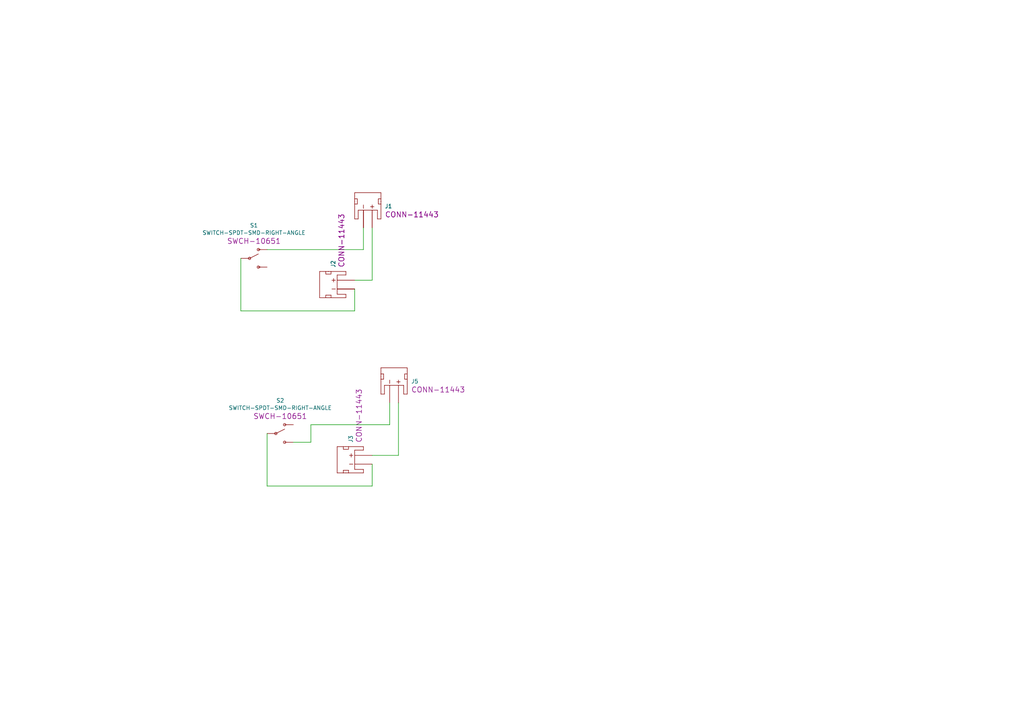
<source format=kicad_sch>
(kicad_sch (version 20221004) (generator eeschema)
  (paper "A4")
  (lib_symbols
    (symbol "SparkFun-Connectors:JST_2MM_MALE" (pin_numbers hide) (pin_names (offset 1.016) hide)
      (property "Reference" "J" (at -3.81 6.35 0))
      (property "Field4" "CONN-11443" (at 0 10.16 0))
      (symbol "JST_2MM_MALE_1_0"
        (polyline (pts (xy -3.81 -2.54) (xy -3.81 1.778)))
        (polyline (pts (xy -3.81 -2.54) (xy -2.794 -2.54)))
        (polyline (pts (xy -3.81 1.778) (xy -3.81 3.302)))
        (polyline (pts (xy -3.81 1.778) (xy -3.048 1.778)))
        (polyline (pts (xy -3.81 3.302) (xy -3.81 5.08)))
        (polyline (pts (xy -3.81 5.08) (xy 3.81 5.08)))
        (polyline (pts (xy -3.048 1.778) (xy -3.048 3.302)))
        (polyline (pts (xy -3.048 3.302) (xy -3.81 3.302)))
        (polyline (pts (xy -2.794 0) (xy -2.794 -2.54)))
        (polyline (pts (xy -1.27 0.508) (xy -1.27 1.524)))
        (polyline (pts (xy 0.762 1.016) (xy 1.778 1.016)))
        (polyline (pts (xy 1.27 0.508) (xy 1.27 1.524)))
        (polyline (pts (xy 2.794 -2.54) (xy 2.794 0)))
        (polyline (pts (xy 2.794 0) (xy -2.794 0)))
        (polyline (pts (xy 3.81 -2.54) (xy 2.794 -2.54)))
        (polyline (pts (xy 3.81 1.778) (xy 3.81 -2.54)))
        (polyline (pts (xy 3.81 5.08) (xy 3.81 3.302)))
      )
      (symbol "JST_2MM_MALE_1_1"
        (polyline (pts (xy 3.81 1.778) (xy 3.048 1.778) (xy 3.048 3.302) (xy 3.81 3.302) (xy 3.81 1.778)))
        (pin bidirectional line (at -1.27 -5.08 90) (length 5.08) (name "-") (number "1"))
        (pin bidirectional line (at 1.27 -5.08 90) (length 5.08) (name "+") (number "2"))
        (pin bidirectional line (at -3.81 2.54 90) (length 0) (name "PAD1") (number "NC1"))
        (pin bidirectional line (at 3.81 2.54 90) (length 0) (name "PAD2") (number "NC2"))
      )
    )
    (symbol "SparkFun-Switches:SWITCH-SPDT-SMD-RIGHT-ANGLE" (pin_numbers hide) (pin_names (offset 1.016) hide)
      (property "Reference" "S" (at -2.54 3.81 0))
      (property "Value" "SWITCH-SPDT-SMD-RIGHT-ANGLE" (at -2.54 -5.08 0))
      (property "Field4" "SWCH-10651" (at 0 7.62 0))
      (symbol "SWITCH-SPDT-SMD-RIGHT-ANGLE_1_0"
        (polyline (pts (xy 0 0) (xy 2.54 1.27)))
        (polyline (pts (xy 2.54 -2.54) (xy 3.175 -2.54)))
        (polyline (pts (xy 2.54 2.54) (xy 3.175 2.54)))
      )
      (symbol "SWITCH-SPDT-SMD-RIGHT-ANGLE_1_1"
        (circle (center 0 0) (radius 0.3556))
        (circle (center 2.54 -2.54) (radius 0.3556))
        (circle (center 2.54 2.54) (radius 0.3556))
        (pin passive line (at 5.08 2.54 180) (length 2.54) (name "O") (number "1"))
        (pin passive line (at -2.54 0 0) (length 2.54) (name "P") (number "2"))
        (pin passive line (at 5.08 -2.54 180) (length 2.54) (name "S") (number "3"))
      )
    )
  )
  (wire (pts (xy 107.95 81.28) (xy 102.87 81.28)))
  (wire (pts (xy 77.47 140.97) (xy 107.95 140.97)))
  (wire (pts (xy 107.95 140.97) (xy 107.95 134.62)))
  (wire (pts (xy 115.57 132.08) (xy 115.57 116.84)))
  (wire (pts (xy 77.47 125.73) (xy 77.47 140.97)))
  (wire (pts (xy 90.17 123.19) (xy 90.17 128.27)))
  (wire (pts (xy 113.03 116.84) (xy 113.03 123.19)))
  (wire (pts (xy 90.17 128.27) (xy 85.09 128.27)))
  (wire (pts (xy 77.47 72.39) (xy 105.41 72.39)))
  (wire (pts (xy 102.87 90.17) (xy 102.87 83.82)))
  (wire (pts (xy 107.95 132.08) (xy 115.57 132.08)))
  (wire (pts (xy 69.85 74.93) (xy 69.85 90.17)))
  (wire (pts (xy 69.85 90.17) (xy 102.87 90.17)))
  (wire (pts (xy 113.03 123.19) (xy 90.17 123.19)))
  (wire (pts (xy 107.95 66.04) (xy 107.95 81.28)))
  (wire (pts (xy 105.41 72.39) (xy 105.41 66.04)))
  (symbol (lib_id "SparkFun-Switches:SWITCH-SPDT-SMD-RIGHT-ANGLE") (at 72.39 74.93 0) (unit 1)
    (property "Reference" "S1" (at 73.66 65.3796 0) (effects (font (size 1.143 1.143))))
    (property "Value" "SWITCH-SPDT-SMD-RIGHT-ANGLE" (at 73.66 67.5132 0) (effects (font (size 1.143 1.143))))
    (property "Footprint" "SWITCH_SPST_SMD_A" (effects hide))
    (property "Field4" "SWCH-10651" (at 73.66 69.9262 0) (effects (font (size 1.524 1.524))))
  )
  (symbol (lib_id "SparkFun-Connectors:JST_2MM_MALE") (at 106.68 60.96 0) (unit 1)
    (property "Reference" "J1" (at 111.6076 59.817 0) (effects (font (size 1.143 1.143)) (justify left)))
    (property "Value" "JST_2MM_MALE" (effects hide))
    (property "Footprint" "JST-2-SMD" (effects hide))
    (property "Field4" "CONN-11443" (at 111.6076 62.23 0) (effects (font (size 1.524 1.524)) (justify left)))
  )
  (symbol (lib_id "SparkFun-Switches:SWITCH-SPDT-SMD-RIGHT-ANGLE") (at 80.01 125.73 0) (unit 1)
    (property "Reference" "S2" (at 81.28 116.1796 0) (effects (font (size 1.143 1.143))))
    (property "Value" "SWITCH-SPDT-SMD-RIGHT-ANGLE" (at 81.28 118.3132 0) (effects (font (size 1.143 1.143))))
    (property "Footprint" "SWITCH_SPST_SMD_A" (effects hide))
    (property "Field4" "SWCH-10651" (at 81.28 120.7262 0) (effects (font (size 1.524 1.524))))
  )
  (symbol (lib_id "SparkFun-Connectors:JST_2MM_MALE") (at 114.3 111.76 0) (unit 1)
    (property "Reference" "J5" (at 119.2276 110.617 0) (effects (font (size 1.143 1.143)) (justify left)))
    (property "Value" "JST_2MM_MALE" (effects hide))
    (property "Footprint" "JST-2-SMD" (effects hide))
    (property "Field4" "CONN-11443" (at 119.2276 113.03 0) (effects (font (size 1.524 1.524)) (justify left)))
  )
  (symbol (lib_id "SparkFun-Connectors:JST_2MM_MALE") (at 102.87 133.35 90) (unit 1)
    (property "Reference" "J3" (at 101.727 128.4224 0) (effects (font (size 1.143 1.143)) (justify left)))
    (property "Value" "JST_2MM_MALE" (effects hide))
    (property "Footprint" "JST-2-SMD" (effects hide))
    (property "Field4" "CONN-11443" (at 104.14 128.4224 0) (effects (font (size 1.524 1.524)) (justify left)))
  )
  (symbol (lib_id "SparkFun-Connectors:JST_2MM_MALE") (at 97.79 82.55 90) (unit 1)
    (property "Reference" "J2" (at 96.647 77.6224 0) (effects (font (size 1.143 1.143)) (justify left)))
    (property "Value" "JST_2MM_MALE" (effects hide))
    (property "Footprint" "JST-2-SMD" (effects hide))
    (property "Field4" "CONN-11443" (at 99.06 77.6224 0) (effects (font (size 1.524 1.524)) (justify left)))
  )
)
</source>
